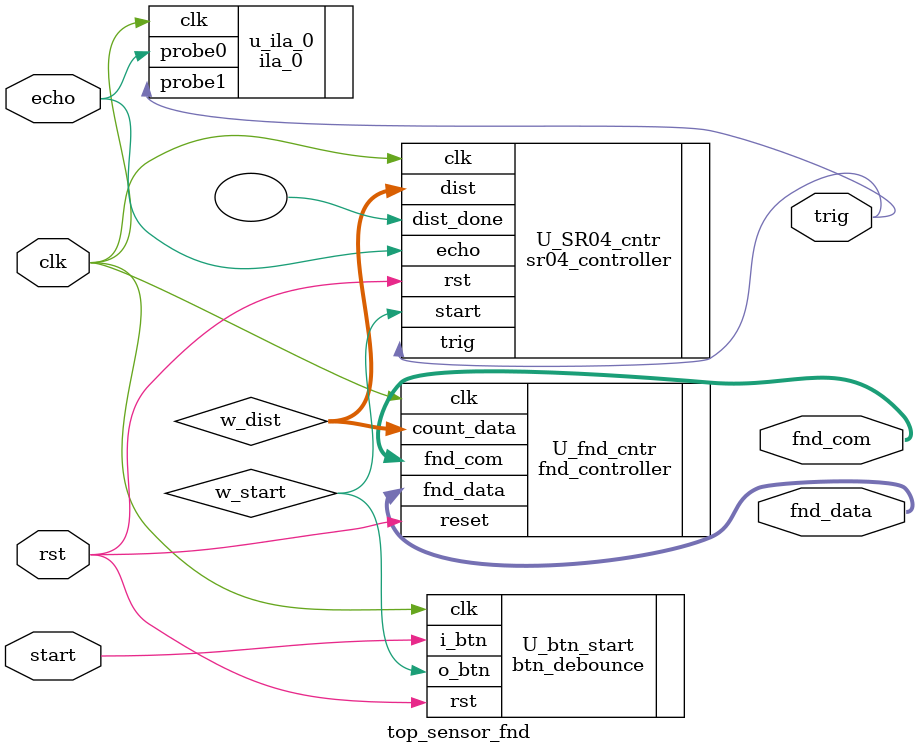
<source format=v>
`timescale 1ns / 1ps


module top_sensor_fnd (
    input start,
    input clk,
    input rst,
    input echo,
    output trig,
    output [3:0] fnd_com,
    output [7:0] fnd_data
);

    wire w_start;
    wire [15:0] w_dist;


    btn_debounce U_btn_start (
        .clk  (clk),
        .rst  (rst),
        .i_btn(start),
        .o_btn(w_start)
    );

    fnd_controller U_fnd_cntr (
        .clk(clk),
        .reset(rst),
        .count_data(w_dist),
        .fnd_com(fnd_com),
        .fnd_data(fnd_data)
    );

    sr04_controller U_SR04_cntr (
        .clk(clk),
        .rst(rst),
        .start(w_start),
        .echo(echo),
        .trig(trig),
        .dist(w_dist),
        .dist_done()
    );

    ila_0 u_ila_0 (
        .clk   (clk),
        .probe0(echo),
        .probe1(trig)
    );

endmodule

</source>
